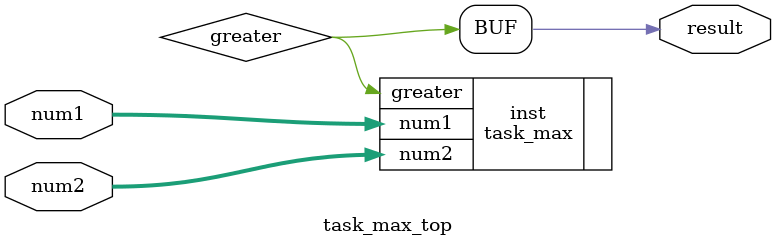
<source format=v>
`timescale 1ns / 1ps

module task_max_top(
    input [7:0] num1,
    input [7:0] num2,
    output result
    );
    wire greater;
    
    task_max inst(
        .num1(num1),
        .num2(num2),
        .greater(greater)
    );
assign result=greater;
    
     
endmodule

</source>
